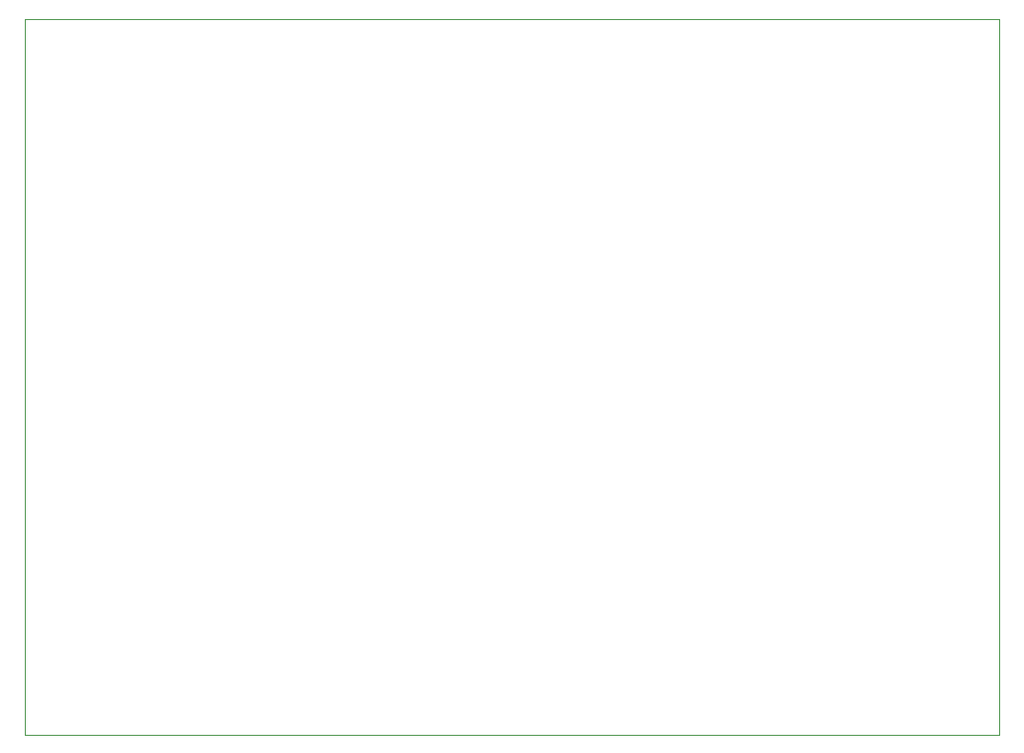
<source format=gbr>
G04 #@! TF.GenerationSoftware,KiCad,Pcbnew,(5.1.4)-1*
G04 #@! TF.CreationDate,2020-03-09T20:36:36+01:00*
G04 #@! TF.ProjectId,transmitter,7472616e-736d-4697-9474-65722e6b6963,rev?*
G04 #@! TF.SameCoordinates,Original*
G04 #@! TF.FileFunction,Profile,NP*
%FSLAX46Y46*%
G04 Gerber Fmt 4.6, Leading zero omitted, Abs format (unit mm)*
G04 Created by KiCad (PCBNEW (5.1.4)-1) date 2020-03-09 20:36:36*
%MOMM*%
%LPD*%
G04 APERTURE LIST*
%ADD10C,0.100000*%
G04 APERTURE END LIST*
D10*
X149860000Y-114300000D02*
X63500000Y-114300000D01*
X149860000Y-50800000D02*
X149860000Y-114300000D01*
X63500000Y-50800000D02*
X149860000Y-50800000D01*
X63500000Y-114300000D02*
X63500000Y-50800000D01*
M02*

</source>
